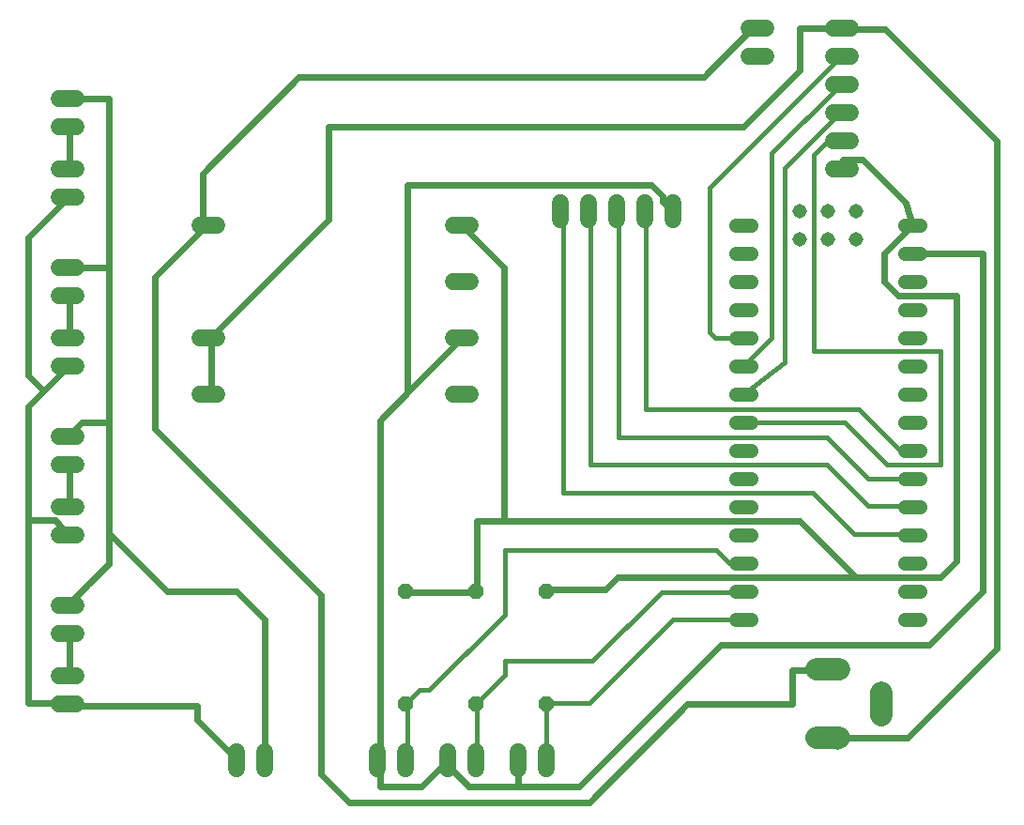
<source format=gbr>
G04 EAGLE Gerber X2 export*
%TF.Part,Single*%
%TF.FileFunction,Copper,L2,Bot,Mixed*%
%TF.FilePolarity,Positive*%
%TF.GenerationSoftware,Autodesk,EAGLE,9.1.0*%
%TF.CreationDate,2019-04-29T08:05:55Z*%
G75*
%MOMM*%
%FSLAX34Y34*%
%LPD*%
%AMOC8*
5,1,8,0,0,1.08239X$1,22.5*%
G01*
%ADD10C,2.000000*%
%ADD11C,1.508000*%
%ADD12C,1.524000*%
%ADD13P,1.429621X8X112.500000*%
%ADD14C,1.308000*%
%ADD15C,1.308000*%
%ADD16C,0.600000*%
%ADD17C,0.400000*%


D10*
X746600Y132600D02*
X726600Y132600D01*
X726600Y71600D02*
X746600Y71600D01*
X784600Y91600D02*
X784600Y111600D01*
D11*
X185340Y381000D02*
X170260Y381000D01*
X170260Y431800D02*
X185340Y431800D01*
X185340Y533400D02*
X170260Y533400D01*
X398860Y381000D02*
X413940Y381000D01*
X413940Y431800D02*
X398860Y431800D01*
X398860Y482600D02*
X413940Y482600D01*
X413940Y533400D02*
X398860Y533400D01*
D12*
X58420Y622300D02*
X43180Y622300D01*
X43180Y647700D02*
X58420Y647700D01*
X58420Y469900D02*
X43180Y469900D01*
X43180Y495300D02*
X58420Y495300D01*
X58420Y317500D02*
X43180Y317500D01*
X43180Y342900D02*
X58420Y342900D01*
X58420Y165100D02*
X43180Y165100D01*
X43180Y190500D02*
X58420Y190500D01*
D13*
X482600Y101600D03*
X482600Y203200D03*
X419100Y101600D03*
X419100Y203200D03*
X355600Y101600D03*
X355600Y203200D03*
D12*
X58420Y558800D02*
X43180Y558800D01*
X43180Y584200D02*
X58420Y584200D01*
X58420Y406400D02*
X43180Y406400D01*
X43180Y431800D02*
X58420Y431800D01*
X58420Y254000D02*
X43180Y254000D01*
X43180Y279400D02*
X58420Y279400D01*
X58420Y101600D02*
X43180Y101600D01*
X43180Y127000D02*
X58420Y127000D01*
X355600Y58420D02*
X355600Y43180D01*
X330200Y43180D02*
X330200Y58420D01*
X419100Y58420D02*
X419100Y43180D01*
X393700Y43180D02*
X393700Y58420D01*
X482600Y58420D02*
X482600Y43180D01*
X457200Y43180D02*
X457200Y58420D01*
X596900Y538480D02*
X596900Y553720D01*
X571500Y553720D02*
X571500Y538480D01*
X546100Y538480D02*
X546100Y553720D01*
X520700Y553720D02*
X520700Y538480D01*
X495300Y538480D02*
X495300Y553720D01*
D14*
X653860Y533400D02*
X666940Y533400D01*
X666940Y508000D02*
X653860Y508000D01*
X653860Y482600D02*
X666940Y482600D01*
X666940Y457200D02*
X653860Y457200D01*
X653860Y431800D02*
X666940Y431800D01*
X666940Y406400D02*
X653860Y406400D01*
X653860Y381000D02*
X666940Y381000D01*
X666940Y355600D02*
X653860Y355600D01*
X653860Y330200D02*
X666940Y330200D01*
X666940Y304800D02*
X653860Y304800D01*
X653860Y279400D02*
X666940Y279400D01*
X666940Y254000D02*
X653860Y254000D01*
X806260Y533400D02*
X819340Y533400D01*
X819340Y508000D02*
X806260Y508000D01*
X806260Y482600D02*
X819340Y482600D01*
X819340Y330200D02*
X806260Y330200D01*
X806260Y304800D02*
X819340Y304800D01*
X819340Y279400D02*
X806260Y279400D01*
X806260Y254000D02*
X819340Y254000D01*
X819340Y177800D02*
X806260Y177800D01*
X666940Y177800D02*
X653860Y177800D01*
X653860Y203200D02*
X666940Y203200D01*
X666940Y228600D02*
X653860Y228600D01*
X806260Y203200D02*
X819340Y203200D01*
X819340Y228600D02*
X806260Y228600D01*
X806260Y457200D02*
X819340Y457200D01*
D15*
X762000Y520700D03*
X736600Y520700D03*
X711200Y520700D03*
D14*
X806260Y355600D02*
X819340Y355600D01*
X819340Y381000D02*
X806260Y381000D01*
X806260Y406400D02*
X819340Y406400D01*
X819340Y431800D02*
X806260Y431800D01*
D15*
X762000Y546100D03*
X736600Y546100D03*
X711200Y546100D03*
D12*
X203200Y58420D02*
X203200Y43180D01*
X228600Y43180D02*
X228600Y58420D01*
X665480Y711200D02*
X680720Y711200D01*
X680720Y685800D02*
X665480Y685800D01*
X741680Y584200D02*
X756920Y584200D01*
X756920Y609600D02*
X741680Y609600D01*
X741680Y635000D02*
X756920Y635000D01*
X756920Y660400D02*
X741680Y660400D01*
X741680Y685800D02*
X756920Y685800D01*
X756920Y711200D02*
X741680Y711200D01*
D16*
X180000Y430000D02*
X180000Y382500D01*
X177800Y381000D01*
X180000Y430000D02*
X177800Y431800D01*
X711200Y711200D02*
X749300Y711200D01*
X711200Y711200D02*
X711200Y673100D01*
X660400Y622300D01*
X286000Y622300D01*
X286000Y538500D01*
X180000Y432500D01*
X177800Y431800D01*
X750000Y710000D02*
X788600Y710000D01*
X750000Y710000D02*
X749300Y711200D01*
X736600Y71600D02*
X744700Y63500D01*
X736600Y71600D02*
X808200Y71600D01*
X888540Y151940D01*
X888540Y610060D01*
X788600Y710000D01*
D17*
X812300Y255000D02*
X760600Y255000D01*
X723100Y292500D01*
X497500Y292500D01*
X497500Y545000D01*
X812300Y255000D02*
X812800Y254000D01*
X497500Y545000D02*
X495300Y546100D01*
X773300Y280000D02*
X812300Y280000D01*
X773300Y280000D02*
X735800Y317500D01*
X522500Y317500D01*
X522500Y545000D01*
X812300Y280000D02*
X812800Y279400D01*
X522500Y545000D02*
X520700Y546100D01*
X773300Y305000D02*
X812300Y305000D01*
X773300Y305000D02*
X735800Y342500D01*
X547500Y342500D01*
X547500Y545000D01*
X812300Y305000D02*
X812800Y304800D01*
X547500Y545000D02*
X546100Y546100D01*
X764600Y367500D02*
X801900Y330200D01*
X764600Y367500D02*
X572500Y367500D01*
X572500Y545000D01*
X571500Y546100D01*
X801900Y330200D02*
X812800Y330200D01*
X659800Y177500D02*
X596700Y177500D01*
X521700Y102500D01*
X485000Y102500D01*
X659800Y177500D02*
X660400Y177800D01*
X485000Y102500D02*
X482600Y101600D01*
X482500Y100000D02*
X482500Y52500D01*
X482600Y50800D01*
X482500Y100000D02*
X482600Y101600D01*
X586300Y202500D02*
X659800Y202500D01*
X586300Y202500D02*
X524200Y140400D01*
X445400Y140400D01*
X445400Y127900D01*
X659800Y202500D02*
X660400Y203200D01*
X445400Y127900D02*
X419100Y101600D01*
X420000Y100000D02*
X420000Y52500D01*
X419100Y50800D01*
X420000Y100000D02*
X419100Y101600D01*
X445200Y240200D02*
X636100Y240200D01*
X445200Y240200D02*
X445200Y182500D01*
X377000Y114300D01*
X357500Y100000D02*
X357500Y52500D01*
X355600Y50800D01*
X357500Y100000D02*
X355600Y101600D01*
X368300Y114300D02*
X377000Y114300D01*
X368300Y114300D02*
X355600Y101600D01*
X636100Y240200D02*
X647700Y228600D01*
X660400Y228600D01*
X789600Y317500D02*
X838200Y317500D01*
X838200Y420000D01*
X723900Y420000D01*
X723900Y596900D01*
X738909Y611909D01*
X749300Y609600D01*
X751500Y355600D02*
X660400Y355600D01*
X751500Y355600D02*
X789600Y317500D01*
X697300Y410132D02*
X697300Y584800D01*
X747500Y635000D01*
X697300Y410132D02*
X660400Y381000D01*
X747500Y635000D02*
X749300Y635000D01*
X685800Y431800D02*
X660400Y406400D01*
X685800Y431800D02*
X685800Y598300D01*
X747500Y660000D01*
X749300Y660400D01*
X629600Y567100D02*
X629600Y437200D01*
X629600Y567100D02*
X747500Y685000D01*
X629600Y437200D02*
X635000Y431800D01*
X747500Y685000D02*
X749300Y685800D01*
X660400Y431800D02*
X635000Y431800D01*
D16*
X52500Y585000D02*
X52500Y620000D01*
X52500Y585000D02*
X50800Y584200D01*
X52500Y620000D02*
X50800Y622300D01*
X52500Y467500D02*
X52500Y432500D01*
X50800Y431800D01*
X52500Y467500D02*
X50800Y469900D01*
X52500Y317500D02*
X52500Y280000D01*
X50800Y279400D01*
X50800Y317500D02*
X52500Y317500D01*
X52500Y165000D02*
X52500Y127500D01*
X50800Y127000D01*
X52500Y165000D02*
X50800Y165100D01*
X52500Y100000D02*
X167500Y100000D01*
X167500Y87500D01*
X202500Y52500D01*
X52500Y100000D02*
X50800Y101600D01*
X202500Y52500D02*
X203200Y50800D01*
X39840Y267700D02*
X14800Y267700D01*
X14800Y369800D01*
X27500Y382500D02*
X50000Y405000D01*
X39840Y267700D02*
X50800Y254000D01*
X50000Y405000D02*
X50800Y406400D01*
X14800Y522300D02*
X50000Y557500D01*
X14800Y522300D02*
X14800Y397700D01*
X50000Y557500D02*
X50800Y558800D01*
X27500Y385000D02*
X27500Y382500D01*
X14800Y102500D02*
X50000Y102500D01*
X14800Y102500D02*
X14800Y265200D01*
X50000Y102500D02*
X50800Y101600D01*
X14800Y265200D02*
X14800Y267700D01*
X14800Y369800D02*
X27500Y382500D01*
X27500Y385000D02*
X14800Y397700D01*
X71250Y211250D02*
X69700Y209700D01*
X52500Y192500D01*
X50800Y190500D01*
X85200Y495000D02*
X87700Y495000D01*
X87700Y355600D02*
X87700Y337700D01*
X87700Y355600D02*
X87700Y495000D01*
X52500Y495000D02*
X50800Y495300D01*
X87700Y337700D02*
X87700Y328850D01*
X87700Y647500D02*
X52500Y647500D01*
X87700Y647500D02*
X87700Y497500D01*
X52500Y647500D02*
X50800Y647700D01*
X228600Y177800D02*
X228600Y50800D01*
X203200Y203200D02*
X140150Y203200D01*
X203200Y203200D02*
X228600Y177800D01*
X87700Y255650D02*
X87700Y337700D01*
X87700Y255650D02*
X140150Y203200D01*
X87700Y227700D02*
X69700Y209700D01*
X87700Y227700D02*
X87700Y337700D01*
X85200Y495000D02*
X87700Y497500D01*
X75000Y495000D02*
X52500Y495000D01*
X75000Y495000D02*
X85200Y495000D01*
X63500Y355600D02*
X50800Y342900D01*
X63500Y355600D02*
X87700Y355600D01*
X358350Y383350D02*
X383750Y408750D01*
X405000Y430000D01*
X332500Y357500D02*
X332500Y52500D01*
X405000Y430000D02*
X406400Y431800D01*
X332500Y52500D02*
X330200Y50800D01*
X370000Y27500D02*
X392500Y50000D01*
X370000Y27500D02*
X332500Y27500D01*
X332500Y50000D01*
X392500Y50000D02*
X393700Y50800D01*
X332500Y50000D02*
X330200Y50800D01*
X595000Y547500D02*
X587500Y555000D01*
X587500Y560000D01*
X577500Y570000D01*
X357100Y570000D01*
X357100Y384600D01*
X595000Y547500D02*
X596900Y546100D01*
X358350Y383350D02*
X357100Y384600D01*
X812800Y508000D02*
X876300Y508000D01*
X876300Y203200D01*
X828100Y155000D01*
X640000Y155000D01*
X512500Y27500D01*
X457500Y27500D01*
X457500Y50000D01*
X457200Y50800D01*
X412500Y27500D02*
X392500Y47500D01*
X412500Y27500D02*
X455000Y27500D01*
X393700Y50800D02*
X392500Y47500D01*
X455000Y27500D02*
X457500Y27500D01*
X332500Y357500D02*
X358350Y383350D01*
X767500Y592500D02*
X806527Y553473D01*
X767500Y592500D02*
X750000Y592500D01*
X750000Y585000D01*
X806527Y553473D02*
X812800Y533400D01*
X750000Y585000D02*
X749300Y584200D01*
X417500Y202500D02*
X357500Y202500D01*
D17*
X355600Y203200D01*
X417500Y202500D02*
X419100Y203200D01*
D16*
X485000Y205000D02*
X535700Y205000D01*
X546600Y215900D01*
X660400Y215900D01*
X711200Y266700D02*
X762000Y215900D01*
X431800Y266700D02*
X420000Y266700D01*
X444500Y266700D02*
X711200Y266700D01*
X420000Y266700D02*
X420000Y205000D01*
D17*
X482600Y203200D02*
X485000Y205000D01*
X420000Y205000D02*
X419100Y203200D01*
D16*
X444500Y495500D02*
X407500Y532500D01*
X444500Y495500D02*
X444500Y266700D01*
D17*
X407500Y532500D02*
X406400Y533400D01*
D16*
X852500Y470000D02*
X852500Y230200D01*
X838200Y215900D01*
X762000Y215900D01*
D17*
X812300Y532500D02*
X812800Y533400D01*
D16*
X706100Y215900D02*
X660400Y215900D01*
X800000Y470000D02*
X787400Y482600D01*
X787400Y508000D01*
X812800Y533400D01*
X800000Y470000D02*
X852500Y470000D01*
X731500Y215900D02*
X706100Y215900D01*
X731500Y215900D02*
X762000Y215900D01*
X444500Y266700D02*
X431800Y266700D01*
X172300Y538900D02*
X172300Y580200D01*
X259200Y667100D01*
X624600Y667100D01*
X667500Y710000D01*
X672500Y710000D01*
X673100Y711200D01*
X704000Y132500D02*
X735000Y132500D01*
X279400Y199800D02*
X129600Y349600D01*
X129600Y487100D01*
X175000Y532500D01*
X735000Y132500D02*
X736600Y132600D01*
X177800Y533400D02*
X175000Y532500D01*
X279400Y199800D02*
X279400Y38100D01*
X304340Y13160D01*
X521160Y13160D01*
X609600Y101600D01*
X704000Y101600D01*
X704000Y132500D01*
X177800Y533400D02*
X172300Y538900D01*
M02*

</source>
